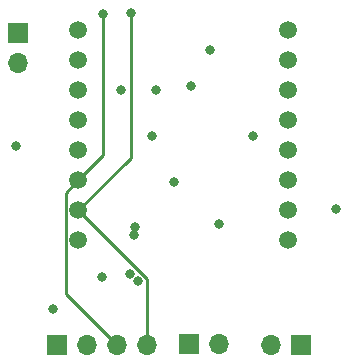
<source format=gbr>
%TF.GenerationSoftware,KiCad,Pcbnew,(6.0.9)*%
%TF.CreationDate,2023-11-13T03:08:14-05:00*%
%TF.ProjectId,ALRT_v1,414c5254-5f76-4312-9e6b-696361645f70,rev?*%
%TF.SameCoordinates,Original*%
%TF.FileFunction,Copper,L4,Bot*%
%TF.FilePolarity,Positive*%
%FSLAX46Y46*%
G04 Gerber Fmt 4.6, Leading zero omitted, Abs format (unit mm)*
G04 Created by KiCad (PCBNEW (6.0.9)) date 2023-11-13 03:08:14*
%MOMM*%
%LPD*%
G01*
G04 APERTURE LIST*
%TA.AperFunction,ComponentPad*%
%ADD10R,1.700000X1.700000*%
%TD*%
%TA.AperFunction,ComponentPad*%
%ADD11O,1.700000X1.700000*%
%TD*%
%TA.AperFunction,ComponentPad*%
%ADD12C,1.500000*%
%TD*%
%TA.AperFunction,ViaPad*%
%ADD13C,0.800000*%
%TD*%
%TA.AperFunction,Conductor*%
%ADD14C,0.250000*%
%TD*%
G04 APERTURE END LIST*
D10*
%TO.P,J3,1,Pin_1*%
%TO.N,/Vib_out*%
X112263000Y-100025200D03*
D11*
%TO.P,J3,2,Pin_2*%
%TO.N,GND*%
X114803000Y-100025200D03*
%TD*%
D10*
%TO.P,J4,1,Pin_1*%
%TO.N,+3V3*%
X101051200Y-100101400D03*
D11*
%TO.P,J4,2,Pin_2*%
%TO.N,GND*%
X103591200Y-100101400D03*
%TO.P,J4,3,Pin_3*%
%TO.N,/SDA*%
X106131200Y-100101400D03*
%TO.P,J4,4,Pin_4*%
%TO.N,/SCL*%
X108671200Y-100101400D03*
%TD*%
D10*
%TO.P,J1,1,Pin_1*%
%TO.N,+BATT*%
X97790000Y-73660000D03*
D11*
%TO.P,J1,2,Pin_2*%
%TO.N,GND*%
X97790000Y-76200000D03*
%TD*%
D10*
%TO.P,J2,1,Pin_1*%
%TO.N,/Electrode_p*%
X121742200Y-100050600D03*
D11*
%TO.P,J2,2,Pin_2*%
%TO.N,/Electrode_n*%
X119202200Y-100050600D03*
%TD*%
D12*
%TO.P,U1,1,GND*%
%TO.N,GND*%
X120650000Y-73410000D03*
%TO.P,U1,2,3V3*%
%TO.N,+3V3*%
X120650000Y-75950000D03*
%TO.P,U1,3,0*%
%TO.N,/Vref*%
X120650000Y-78490000D03*
%TO.P,U1,4,1*%
%TO.N,/LED1*%
X120650000Y-81030000D03*
%TO.P,U1,5,4*%
%TO.N,/LED2*%
X120650000Y-83570000D03*
%TO.P,U1,6,6*%
%TO.N,/LED3*%
X120650000Y-86110000D03*
%TO.P,U1,7,5*%
%TO.N,/LED4*%
X120650000Y-88650000D03*
%TO.P,U1,8,7*%
%TO.N,/Shock_chg*%
X120650000Y-91190000D03*
%TO.P,U1,9,BAT*%
%TO.N,+BATT*%
X102870000Y-73410000D03*
%TO.P,U1,10,GND*%
%TO.N,GND*%
X102870000Y-75950000D03*
%TO.P,U1,11,VIN*%
%TO.N,unconnected-(U1-Pad11)*%
X102870000Y-78490000D03*
%TO.P,U1,12,20*%
%TO.N,/Vib*%
X102870000Y-81030000D03*
%TO.P,U1,13,21*%
%TO.N,/PBNO*%
X102870000Y-83570000D03*
%TO.P,U1,14,8*%
%TO.N,/SDA*%
X102870000Y-86110000D03*
%TO.P,U1,15,9*%
%TO.N,/SCL*%
X102870000Y-88650000D03*
%TO.P,U1,16,2*%
%TO.N,/Shock_dis*%
X102870000Y-91190000D03*
%TD*%
D13*
%TO.N,GND*%
X97600000Y-83198200D03*
X107238800Y-94056200D03*
X100685600Y-97028000D03*
X107878550Y-94683150D03*
X107594400Y-90779600D03*
X107670600Y-90119200D03*
%TO.N,+3V3*%
X112369600Y-78155800D03*
%TO.N,GND*%
X109474000Y-78460600D03*
%TO.N,+3V3*%
X104851200Y-94335600D03*
X106476800Y-78525685D03*
X110955400Y-86241200D03*
X114808000Y-89865200D03*
%TO.N,GND*%
X114008200Y-75094800D03*
X109067600Y-82346800D03*
X117678200Y-82397600D03*
X124663200Y-88544400D03*
%TO.N,/SCL*%
X107289600Y-71983600D03*
%TO.N,/SDA*%
X104978200Y-72034400D03*
%TD*%
D14*
%TO.N,/SDA*%
X101795000Y-95765200D02*
X106131200Y-100101400D01*
X102870000Y-86110000D02*
X101795000Y-87185000D01*
X101795000Y-87185000D02*
X101795000Y-95765200D01*
%TO.N,/SCL*%
X108671200Y-94451200D02*
X108671200Y-100101400D01*
X102870000Y-88650000D02*
X108671200Y-94451200D01*
X107289600Y-84230400D02*
X107289600Y-71983600D01*
X102870000Y-88650000D02*
X107289600Y-84230400D01*
%TO.N,/SDA*%
X104978200Y-84001800D02*
X104978200Y-72034400D01*
X102870000Y-86110000D02*
X104978200Y-84001800D01*
%TD*%
M02*

</source>
